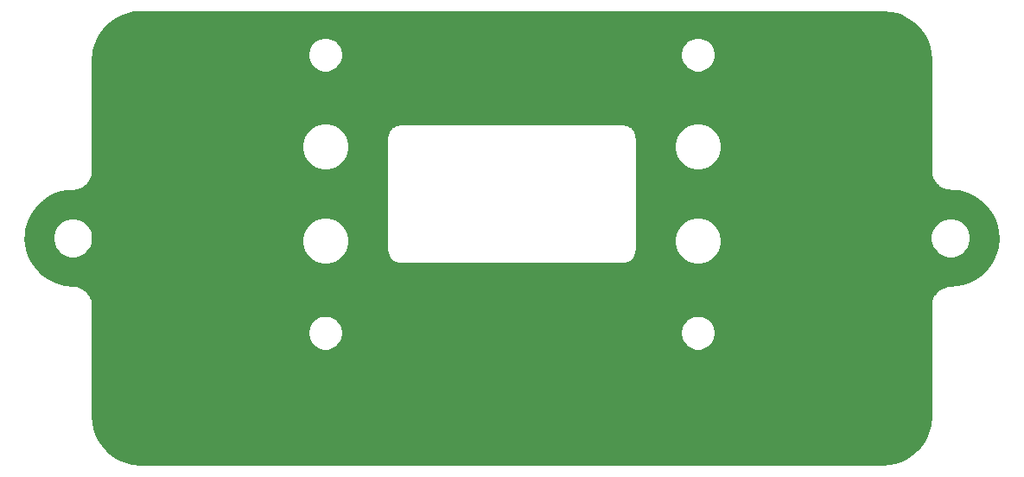
<source format=gbr>
%TF.GenerationSoftware,KiCad,Pcbnew,5.1.10*%
%TF.CreationDate,2021-05-04T13:24:29+02:00*%
%TF.ProjectId,Uyue_946_1010,55797565-5f39-4343-965f-313031302e6b,rev?*%
%TF.SameCoordinates,Original*%
%TF.FileFunction,Copper,L2,Bot*%
%TF.FilePolarity,Positive*%
%FSLAX46Y46*%
G04 Gerber Fmt 4.6, Leading zero omitted, Abs format (unit mm)*
G04 Created by KiCad (PCBNEW 5.1.10) date 2021-05-04 13:24:29*
%MOMM*%
%LPD*%
G01*
G04 APERTURE LIST*
%TA.AperFunction,NonConductor*%
%ADD10C,0.200000*%
%TD*%
%TA.AperFunction,NonConductor*%
%ADD11C,0.100000*%
%TD*%
G04 APERTURE END LIST*
D10*
X37227641Y22099844D02*
X38029125Y21880582D01*
X38779110Y21522858D01*
X39453896Y21037975D01*
X40032155Y20441259D01*
X40495602Y19751575D01*
X40829593Y18990724D01*
X41024171Y18180249D01*
X41075000Y17488086D01*
X41075001Y6584039D01*
X41076447Y6569362D01*
X41076377Y6559374D01*
X41076819Y6554858D01*
X41109460Y6244303D01*
X41115389Y6215422D01*
X41120903Y6186515D01*
X41122214Y6182170D01*
X41214553Y5883870D01*
X41225977Y5856695D01*
X41237003Y5829404D01*
X41239133Y5825397D01*
X41387654Y5550713D01*
X41404116Y5526308D01*
X41420255Y5501645D01*
X41423123Y5498128D01*
X41622168Y5257524D01*
X41643079Y5236759D01*
X41663679Y5215723D01*
X41667176Y5212830D01*
X41909165Y5015469D01*
X41933696Y4999170D01*
X41958003Y4982527D01*
X41961995Y4980368D01*
X42237708Y4833768D01*
X42264942Y4822544D01*
X42292017Y4810939D01*
X42296352Y4809597D01*
X42595290Y4719343D01*
X42624174Y4713624D01*
X42652997Y4707498D01*
X42657510Y4707023D01*
X42951201Y4678226D01*
X42971111Y4675286D01*
X43827643Y4598843D01*
X44629127Y4379582D01*
X45379113Y4021855D01*
X46053897Y3536974D01*
X46632156Y2940258D01*
X47095603Y2250574D01*
X47429593Y1489722D01*
X47624174Y679234D01*
X47673483Y8690D01*
X47598842Y-827645D01*
X47379582Y-1629127D01*
X47021857Y-2379111D01*
X46536974Y-3053897D01*
X45940258Y-3632156D01*
X45250574Y-4095603D01*
X44489722Y-4429593D01*
X43679234Y-4624174D01*
X42976165Y-4675875D01*
X42972594Y-4676460D01*
X42960376Y-4676375D01*
X42955859Y-4676817D01*
X42645304Y-4709458D01*
X42616430Y-4715385D01*
X42587516Y-4720901D01*
X42583171Y-4722212D01*
X42284871Y-4814551D01*
X42257682Y-4825980D01*
X42230406Y-4837001D01*
X42226399Y-4839131D01*
X41951714Y-4987652D01*
X41927287Y-5004129D01*
X41902646Y-5020253D01*
X41899129Y-5023121D01*
X41658525Y-5222166D01*
X41637760Y-5243077D01*
X41616724Y-5263677D01*
X41613831Y-5267174D01*
X41416470Y-5509163D01*
X41400182Y-5533679D01*
X41383528Y-5558001D01*
X41381370Y-5561993D01*
X41234769Y-5837706D01*
X41223539Y-5864954D01*
X41211940Y-5892016D01*
X41210598Y-5896351D01*
X41120344Y-6195288D01*
X41114619Y-6224204D01*
X41108499Y-6252995D01*
X41108024Y-6257509D01*
X41077552Y-6568283D01*
X41077552Y-6568294D01*
X41076003Y-6584008D01*
X41075002Y-17485510D01*
X40999843Y-18327643D01*
X40780582Y-19129125D01*
X40422858Y-19879110D01*
X39937975Y-20553896D01*
X39341259Y-21132155D01*
X38651576Y-21595601D01*
X37890723Y-21929593D01*
X37080249Y-22124171D01*
X36388086Y-22175000D01*
X-36385531Y-22175000D01*
X-37227643Y-22099843D01*
X-38029125Y-21880582D01*
X-38779110Y-21522858D01*
X-39453896Y-21037975D01*
X-40032155Y-20441259D01*
X-40495601Y-19751576D01*
X-40829593Y-18990723D01*
X-41024171Y-18180249D01*
X-41075001Y-17488073D01*
X-41074999Y-9133861D01*
X-19936838Y-9133861D01*
X-19936838Y-9466139D01*
X-19872014Y-9792033D01*
X-19744857Y-10099017D01*
X-19560253Y-10375297D01*
X-19325297Y-10610253D01*
X-19049017Y-10794857D01*
X-18742033Y-10922014D01*
X-18416139Y-10986838D01*
X-18083861Y-10986838D01*
X-17757967Y-10922014D01*
X-17450983Y-10794857D01*
X-17174703Y-10610253D01*
X-16939747Y-10375297D01*
X-16755143Y-10099017D01*
X-16627986Y-9792033D01*
X-16563162Y-9466139D01*
X-16563162Y-9133861D01*
X16563162Y-9133861D01*
X16563162Y-9466139D01*
X16627986Y-9792033D01*
X16755143Y-10099017D01*
X16939747Y-10375297D01*
X17174703Y-10610253D01*
X17450983Y-10794857D01*
X17757967Y-10922014D01*
X18083861Y-10986838D01*
X18416139Y-10986838D01*
X18742033Y-10922014D01*
X19049017Y-10794857D01*
X19325297Y-10610253D01*
X19560253Y-10375297D01*
X19744857Y-10099017D01*
X19872014Y-9792033D01*
X19936838Y-9466139D01*
X19936838Y-9133861D01*
X19872014Y-8807967D01*
X19744857Y-8500983D01*
X19560253Y-8224703D01*
X19325297Y-7989747D01*
X19049017Y-7805143D01*
X18742033Y-7677986D01*
X18416139Y-7613162D01*
X18083861Y-7613162D01*
X17757967Y-7677986D01*
X17450983Y-7805143D01*
X17174703Y-7989747D01*
X16939747Y-8224703D01*
X16755143Y-8500983D01*
X16627986Y-8807967D01*
X16563162Y-9133861D01*
X-16563162Y-9133861D01*
X-16627986Y-8807967D01*
X-16755143Y-8500983D01*
X-16939747Y-8224703D01*
X-17174703Y-7989747D01*
X-17450983Y-7805143D01*
X-17757967Y-7677986D01*
X-18083861Y-7613162D01*
X-18416139Y-7613162D01*
X-18742033Y-7677986D01*
X-19049017Y-7805143D01*
X-19325297Y-7989747D01*
X-19560253Y-8224703D01*
X-19744857Y-8500983D01*
X-19872014Y-8807967D01*
X-19936838Y-9133861D01*
X-41074999Y-9133861D01*
X-41074998Y-6585041D01*
X-41076445Y-6570354D01*
X-41076375Y-6560376D01*
X-41076817Y-6555859D01*
X-41109458Y-6245304D01*
X-41115385Y-6216430D01*
X-41120901Y-6187516D01*
X-41122212Y-6183171D01*
X-41214551Y-5884871D01*
X-41225980Y-5857682D01*
X-41237001Y-5830406D01*
X-41239131Y-5826399D01*
X-41387652Y-5551714D01*
X-41404129Y-5527287D01*
X-41420253Y-5502646D01*
X-41423121Y-5499129D01*
X-41622166Y-5258525D01*
X-41643077Y-5237760D01*
X-41663677Y-5216724D01*
X-41667174Y-5213831D01*
X-41909163Y-5016470D01*
X-41933679Y-5000182D01*
X-41958001Y-4983528D01*
X-41961990Y-4981371D01*
X-41961998Y-4981367D01*
X-42237706Y-4834769D01*
X-42264954Y-4823539D01*
X-42292016Y-4811940D01*
X-42296351Y-4810598D01*
X-42595288Y-4720344D01*
X-42624204Y-4714619D01*
X-42652995Y-4708499D01*
X-42657509Y-4708024D01*
X-42928446Y-4681458D01*
X-42934097Y-4679752D01*
X-42971113Y-4674286D01*
X-43827646Y-4597842D01*
X-44629128Y-4378582D01*
X-45379112Y-4020857D01*
X-46053898Y-3535974D01*
X-46632157Y-2939258D01*
X-47095604Y-2249574D01*
X-47429594Y-1488722D01*
X-47624175Y-678234D01*
X-47673484Y-7690D01*
X-47655784Y190643D01*
X-44935634Y190643D01*
X-44935634Y-190643D01*
X-44861249Y-564604D01*
X-44715337Y-916867D01*
X-44503505Y-1233895D01*
X-44233895Y-1503505D01*
X-43916867Y-1715337D01*
X-43564604Y-1861249D01*
X-43190643Y-1935634D01*
X-42809357Y-1935634D01*
X-42435396Y-1861249D01*
X-42083133Y-1715337D01*
X-41766105Y-1503505D01*
X-41496495Y-1233895D01*
X-41284663Y-916867D01*
X-41138751Y-564604D01*
X-41064366Y-190643D01*
X-41064366Y-75051D01*
X-20533949Y-75051D01*
X-20533949Y-524949D01*
X-20446178Y-966203D01*
X-20274009Y-1381856D01*
X-20024059Y-1755933D01*
X-19705933Y-2074059D01*
X-19331856Y-2324009D01*
X-18916203Y-2496178D01*
X-18474949Y-2583949D01*
X-18025051Y-2583949D01*
X-17583797Y-2496178D01*
X-17168144Y-2324009D01*
X-16794067Y-2074059D01*
X-16475941Y-1755933D01*
X-16225991Y-1381856D01*
X-16148991Y-1195960D01*
X-12195000Y-1195960D01*
X-12193595Y-1210228D01*
X-12193638Y-1216437D01*
X-12193196Y-1220954D01*
X-12172795Y-1415051D01*
X-12166865Y-1443938D01*
X-12161352Y-1472838D01*
X-12160041Y-1477183D01*
X-12102329Y-1663621D01*
X-12090900Y-1690810D01*
X-12079879Y-1718086D01*
X-12077749Y-1722093D01*
X-11984924Y-1893770D01*
X-11968451Y-1918192D01*
X-11952322Y-1942839D01*
X-11949454Y-1946356D01*
X-11825051Y-2096734D01*
X-11804141Y-2117498D01*
X-11783540Y-2138535D01*
X-11780044Y-2141428D01*
X-11628802Y-2264778D01*
X-11604241Y-2281096D01*
X-11579962Y-2297720D01*
X-11575970Y-2299879D01*
X-11403648Y-2391504D01*
X-11376424Y-2402725D01*
X-11349340Y-2414333D01*
X-11345005Y-2415675D01*
X-11158169Y-2472084D01*
X-11129253Y-2477809D01*
X-11100462Y-2483929D01*
X-11095949Y-2484404D01*
X-10901715Y-2503449D01*
X-10901708Y-2503449D01*
X-10885961Y-2505000D01*
X10885961Y-2505000D01*
X10900229Y-2503595D01*
X10906437Y-2503638D01*
X10910954Y-2503196D01*
X11105051Y-2482795D01*
X11133938Y-2476865D01*
X11162838Y-2471352D01*
X11167183Y-2470041D01*
X11353621Y-2412329D01*
X11380810Y-2400900D01*
X11408086Y-2389879D01*
X11412093Y-2387749D01*
X11583770Y-2294924D01*
X11608192Y-2278451D01*
X11632839Y-2262322D01*
X11636356Y-2259454D01*
X11786734Y-2135051D01*
X11807498Y-2114141D01*
X11828535Y-2093540D01*
X11831428Y-2090044D01*
X11954778Y-1938802D01*
X11971096Y-1914241D01*
X11987720Y-1889962D01*
X11989879Y-1885970D01*
X12081504Y-1713648D01*
X12092725Y-1686424D01*
X12104333Y-1659340D01*
X12105675Y-1655005D01*
X12162084Y-1468169D01*
X12167809Y-1439253D01*
X12173929Y-1410462D01*
X12174404Y-1405949D01*
X12193449Y-1211715D01*
X12193449Y-1211708D01*
X12195000Y-1195961D01*
X12195000Y-75051D01*
X15966051Y-75051D01*
X15966051Y-524949D01*
X16053822Y-966203D01*
X16225991Y-1381856D01*
X16475941Y-1755933D01*
X16794067Y-2074059D01*
X17168144Y-2324009D01*
X17583797Y-2496178D01*
X18025051Y-2583949D01*
X18474949Y-2583949D01*
X18916203Y-2496178D01*
X19331856Y-2324009D01*
X19705933Y-2074059D01*
X20024059Y-1755933D01*
X20274009Y-1381856D01*
X20446178Y-966203D01*
X20533949Y-524949D01*
X20533949Y-75051D01*
X20481100Y190643D01*
X41064366Y190643D01*
X41064366Y-190643D01*
X41138751Y-564604D01*
X41284663Y-916867D01*
X41496495Y-1233895D01*
X41766105Y-1503505D01*
X42083133Y-1715337D01*
X42435396Y-1861249D01*
X42809357Y-1935634D01*
X43190643Y-1935634D01*
X43564604Y-1861249D01*
X43916867Y-1715337D01*
X44233895Y-1503505D01*
X44503505Y-1233895D01*
X44715337Y-916867D01*
X44861249Y-564604D01*
X44935634Y-190643D01*
X44935634Y190643D01*
X44861249Y564604D01*
X44715337Y916867D01*
X44503505Y1233895D01*
X44233895Y1503505D01*
X43916867Y1715337D01*
X43564604Y1861249D01*
X43190643Y1935634D01*
X42809357Y1935634D01*
X42435396Y1861249D01*
X42083133Y1715337D01*
X41766105Y1503505D01*
X41496495Y1233895D01*
X41284663Y916867D01*
X41138751Y564604D01*
X41064366Y190643D01*
X20481100Y190643D01*
X20446178Y366203D01*
X20274009Y781856D01*
X20024059Y1155933D01*
X19705933Y1474059D01*
X19331856Y1724009D01*
X18916203Y1896178D01*
X18474949Y1983949D01*
X18025051Y1983949D01*
X17583797Y1896178D01*
X17168144Y1724009D01*
X16794067Y1474059D01*
X16475941Y1155933D01*
X16225991Y781856D01*
X16053822Y366203D01*
X15966051Y-75051D01*
X12195000Y-75051D01*
X12195000Y9174949D01*
X15966051Y9174949D01*
X15966051Y8725051D01*
X16053822Y8283797D01*
X16225991Y7868144D01*
X16475941Y7494067D01*
X16794067Y7175941D01*
X17168144Y6925991D01*
X17583797Y6753822D01*
X18025051Y6666051D01*
X18474949Y6666051D01*
X18916203Y6753822D01*
X19331856Y6925991D01*
X19705933Y7175941D01*
X20024059Y7494067D01*
X20274009Y7868144D01*
X20446178Y8283797D01*
X20533949Y8725051D01*
X20533949Y9174949D01*
X20446178Y9616203D01*
X20274009Y10031856D01*
X20024059Y10405933D01*
X19705933Y10724059D01*
X19331856Y10974009D01*
X18916203Y11146178D01*
X18474949Y11233949D01*
X18025051Y11233949D01*
X17583797Y11146178D01*
X17168144Y10974009D01*
X16794067Y10724059D01*
X16475941Y10405933D01*
X16225991Y10031856D01*
X16053822Y9616203D01*
X15966051Y9174949D01*
X12195000Y9174949D01*
X12195000Y9835961D01*
X12193595Y9850229D01*
X12193638Y9856437D01*
X12193195Y9860954D01*
X12172795Y10055051D01*
X12166865Y10083938D01*
X12161352Y10112838D01*
X12160041Y10117183D01*
X12102329Y10303621D01*
X12090900Y10330810D01*
X12079879Y10358086D01*
X12077749Y10362094D01*
X11984924Y10533770D01*
X11968447Y10558197D01*
X11952322Y10582840D01*
X11949454Y10586357D01*
X11825050Y10736734D01*
X11804160Y10757479D01*
X11783540Y10778535D01*
X11780044Y10781428D01*
X11628802Y10904778D01*
X11604257Y10921085D01*
X11579962Y10937720D01*
X11575970Y10939879D01*
X11403648Y11031504D01*
X11376453Y11042713D01*
X11349340Y11054333D01*
X11345005Y11055675D01*
X11158169Y11112084D01*
X11129285Y11117803D01*
X11100462Y11123929D01*
X11095948Y11124404D01*
X10901715Y11143449D01*
X10901708Y11143449D01*
X10885961Y11145000D01*
X-10885961Y11145000D01*
X-10900229Y11143595D01*
X-10906437Y11143638D01*
X-10910954Y11143195D01*
X-11105051Y11122795D01*
X-11133938Y11116865D01*
X-11162838Y11111352D01*
X-11167183Y11110041D01*
X-11353621Y11052329D01*
X-11380810Y11040900D01*
X-11408086Y11029879D01*
X-11412094Y11027749D01*
X-11583770Y10934924D01*
X-11608197Y10918447D01*
X-11632840Y10902322D01*
X-11636357Y10899454D01*
X-11786734Y10775050D01*
X-11807479Y10754160D01*
X-11828535Y10733540D01*
X-11831428Y10730044D01*
X-11954778Y10578802D01*
X-11971085Y10554257D01*
X-11987720Y10529962D01*
X-11989879Y10525970D01*
X-12081504Y10353648D01*
X-12092713Y10326453D01*
X-12104333Y10299340D01*
X-12105675Y10295005D01*
X-12162084Y10108169D01*
X-12167803Y10079285D01*
X-12173929Y10050462D01*
X-12174404Y10045948D01*
X-12193449Y9851715D01*
X-12193449Y9851698D01*
X-12194999Y9835961D01*
X-12195000Y-1195960D01*
X-16148991Y-1195960D01*
X-16053822Y-966203D01*
X-15966051Y-524949D01*
X-15966051Y-75051D01*
X-16053822Y366203D01*
X-16225991Y781856D01*
X-16475941Y1155933D01*
X-16794067Y1474059D01*
X-17168144Y1724009D01*
X-17583797Y1896178D01*
X-18025051Y1983949D01*
X-18474949Y1983949D01*
X-18916203Y1896178D01*
X-19331856Y1724009D01*
X-19705933Y1474059D01*
X-20024059Y1155933D01*
X-20274009Y781856D01*
X-20446178Y366203D01*
X-20533949Y-75051D01*
X-41064366Y-75051D01*
X-41064366Y190643D01*
X-41138751Y564604D01*
X-41284663Y916867D01*
X-41496495Y1233895D01*
X-41766105Y1503505D01*
X-42083133Y1715337D01*
X-42435396Y1861249D01*
X-42809357Y1935634D01*
X-43190643Y1935634D01*
X-43564604Y1861249D01*
X-43916867Y1715337D01*
X-44233895Y1503505D01*
X-44503505Y1233895D01*
X-44715337Y916867D01*
X-44861249Y564604D01*
X-44935634Y190643D01*
X-47655784Y190643D01*
X-47598844Y828643D01*
X-47379583Y1630127D01*
X-47021856Y2380113D01*
X-46536975Y3054897D01*
X-45940259Y3633156D01*
X-45250575Y4096603D01*
X-44489723Y4430593D01*
X-43679235Y4625174D01*
X-43001582Y4675006D01*
X-42999866Y4675000D01*
X-42988696Y4675039D01*
X-42974570Y4676474D01*
X-42960375Y4676375D01*
X-42955859Y4676817D01*
X-42645304Y4709458D01*
X-42616423Y4715387D01*
X-42587516Y4720901D01*
X-42583171Y4722212D01*
X-42284871Y4814551D01*
X-42257696Y4825975D01*
X-42230405Y4837001D01*
X-42226398Y4839131D01*
X-41951714Y4987652D01*
X-41927309Y5004114D01*
X-41902646Y5020253D01*
X-41899129Y5023121D01*
X-41658525Y5222166D01*
X-41637760Y5243077D01*
X-41616724Y5263677D01*
X-41613831Y5267174D01*
X-41416470Y5509163D01*
X-41400171Y5533694D01*
X-41383528Y5558001D01*
X-41381369Y5561993D01*
X-41234769Y5837706D01*
X-41223545Y5864940D01*
X-41211940Y5892015D01*
X-41210598Y5896350D01*
X-41120344Y6195288D01*
X-41114625Y6224172D01*
X-41108499Y6252995D01*
X-41108024Y6257508D01*
X-41081160Y6531486D01*
X-41079703Y6536289D01*
X-41075000Y6584039D01*
X-41075000Y9174949D01*
X-20533949Y9174949D01*
X-20533949Y8725051D01*
X-20446178Y8283797D01*
X-20274009Y7868144D01*
X-20024059Y7494067D01*
X-19705933Y7175941D01*
X-19331856Y6925991D01*
X-18916203Y6753822D01*
X-18474949Y6666051D01*
X-18025051Y6666051D01*
X-17583797Y6753822D01*
X-17168144Y6925991D01*
X-16794067Y7175941D01*
X-16475941Y7494067D01*
X-16225991Y7868144D01*
X-16053822Y8283797D01*
X-15966051Y8725051D01*
X-15966051Y9174949D01*
X-16053822Y9616203D01*
X-16225991Y10031856D01*
X-16475941Y10405933D01*
X-16794067Y10724059D01*
X-17168144Y10974009D01*
X-17583797Y11146178D01*
X-18025051Y11233949D01*
X-18474949Y11233949D01*
X-18916203Y11146178D01*
X-19331856Y10974009D01*
X-19705933Y10724059D01*
X-20024059Y10405933D01*
X-20274009Y10031856D01*
X-20446178Y9616203D01*
X-20533949Y9174949D01*
X-41075000Y9174949D01*
X-41075000Y17485530D01*
X-41018720Y18116139D01*
X-19936838Y18116139D01*
X-19936838Y17783861D01*
X-19872014Y17457967D01*
X-19744857Y17150983D01*
X-19560253Y16874703D01*
X-19325297Y16639747D01*
X-19049017Y16455143D01*
X-18742033Y16327986D01*
X-18416139Y16263162D01*
X-18083861Y16263162D01*
X-17757967Y16327986D01*
X-17450983Y16455143D01*
X-17174703Y16639747D01*
X-16939747Y16874703D01*
X-16755143Y17150983D01*
X-16627986Y17457967D01*
X-16563162Y17783861D01*
X-16563162Y18116139D01*
X16563162Y18116139D01*
X16563162Y17783861D01*
X16627986Y17457967D01*
X16755143Y17150983D01*
X16939747Y16874703D01*
X17174703Y16639747D01*
X17450983Y16455143D01*
X17757967Y16327986D01*
X18083861Y16263162D01*
X18416139Y16263162D01*
X18742033Y16327986D01*
X19049017Y16455143D01*
X19325297Y16639747D01*
X19560253Y16874703D01*
X19744857Y17150983D01*
X19872014Y17457967D01*
X19936838Y17783861D01*
X19936838Y18116139D01*
X19872014Y18442033D01*
X19744857Y18749017D01*
X19560253Y19025297D01*
X19325297Y19260253D01*
X19049017Y19444857D01*
X18742033Y19572014D01*
X18416139Y19636838D01*
X18083861Y19636838D01*
X17757967Y19572014D01*
X17450983Y19444857D01*
X17174703Y19260253D01*
X16939747Y19025297D01*
X16755143Y18749017D01*
X16627986Y18442033D01*
X16563162Y18116139D01*
X-16563162Y18116139D01*
X-16627986Y18442033D01*
X-16755143Y18749017D01*
X-16939747Y19025297D01*
X-17174703Y19260253D01*
X-17450983Y19444857D01*
X-17757967Y19572014D01*
X-18083861Y19636838D01*
X-18416139Y19636838D01*
X-18742033Y19572014D01*
X-19049017Y19444857D01*
X-19325297Y19260253D01*
X-19560253Y19025297D01*
X-19744857Y18749017D01*
X-19872014Y18442033D01*
X-19936838Y18116139D01*
X-41018720Y18116139D01*
X-40999844Y18327641D01*
X-40780582Y19129125D01*
X-40422858Y19879110D01*
X-39937975Y20553896D01*
X-39341259Y21132155D01*
X-38651575Y21595602D01*
X-37890724Y21929593D01*
X-37080249Y22124171D01*
X-36388086Y22175000D01*
X36385530Y22175000D01*
X37227641Y22099844D01*
%TA.AperFunction,NonConductor*%
D11*
G36*
X37227641Y22099844D02*
G01*
X38029125Y21880582D01*
X38779110Y21522858D01*
X39453896Y21037975D01*
X40032155Y20441259D01*
X40495602Y19751575D01*
X40829593Y18990724D01*
X41024171Y18180249D01*
X41075000Y17488086D01*
X41075001Y6584039D01*
X41076447Y6569362D01*
X41076377Y6559374D01*
X41076819Y6554858D01*
X41109460Y6244303D01*
X41115389Y6215422D01*
X41120903Y6186515D01*
X41122214Y6182170D01*
X41214553Y5883870D01*
X41225977Y5856695D01*
X41237003Y5829404D01*
X41239133Y5825397D01*
X41387654Y5550713D01*
X41404116Y5526308D01*
X41420255Y5501645D01*
X41423123Y5498128D01*
X41622168Y5257524D01*
X41643079Y5236759D01*
X41663679Y5215723D01*
X41667176Y5212830D01*
X41909165Y5015469D01*
X41933696Y4999170D01*
X41958003Y4982527D01*
X41961995Y4980368D01*
X42237708Y4833768D01*
X42264942Y4822544D01*
X42292017Y4810939D01*
X42296352Y4809597D01*
X42595290Y4719343D01*
X42624174Y4713624D01*
X42652997Y4707498D01*
X42657510Y4707023D01*
X42951201Y4678226D01*
X42971111Y4675286D01*
X43827643Y4598843D01*
X44629127Y4379582D01*
X45379113Y4021855D01*
X46053897Y3536974D01*
X46632156Y2940258D01*
X47095603Y2250574D01*
X47429593Y1489722D01*
X47624174Y679234D01*
X47673483Y8690D01*
X47598842Y-827645D01*
X47379582Y-1629127D01*
X47021857Y-2379111D01*
X46536974Y-3053897D01*
X45940258Y-3632156D01*
X45250574Y-4095603D01*
X44489722Y-4429593D01*
X43679234Y-4624174D01*
X42976165Y-4675875D01*
X42972594Y-4676460D01*
X42960376Y-4676375D01*
X42955859Y-4676817D01*
X42645304Y-4709458D01*
X42616430Y-4715385D01*
X42587516Y-4720901D01*
X42583171Y-4722212D01*
X42284871Y-4814551D01*
X42257682Y-4825980D01*
X42230406Y-4837001D01*
X42226399Y-4839131D01*
X41951714Y-4987652D01*
X41927287Y-5004129D01*
X41902646Y-5020253D01*
X41899129Y-5023121D01*
X41658525Y-5222166D01*
X41637760Y-5243077D01*
X41616724Y-5263677D01*
X41613831Y-5267174D01*
X41416470Y-5509163D01*
X41400182Y-5533679D01*
X41383528Y-5558001D01*
X41381370Y-5561993D01*
X41234769Y-5837706D01*
X41223539Y-5864954D01*
X41211940Y-5892016D01*
X41210598Y-5896351D01*
X41120344Y-6195288D01*
X41114619Y-6224204D01*
X41108499Y-6252995D01*
X41108024Y-6257509D01*
X41077552Y-6568283D01*
X41077552Y-6568294D01*
X41076003Y-6584008D01*
X41075002Y-17485510D01*
X40999843Y-18327643D01*
X40780582Y-19129125D01*
X40422858Y-19879110D01*
X39937975Y-20553896D01*
X39341259Y-21132155D01*
X38651576Y-21595601D01*
X37890723Y-21929593D01*
X37080249Y-22124171D01*
X36388086Y-22175000D01*
X-36385531Y-22175000D01*
X-37227643Y-22099843D01*
X-38029125Y-21880582D01*
X-38779110Y-21522858D01*
X-39453896Y-21037975D01*
X-40032155Y-20441259D01*
X-40495601Y-19751576D01*
X-40829593Y-18990723D01*
X-41024171Y-18180249D01*
X-41075001Y-17488073D01*
X-41074999Y-9133861D01*
X-19936838Y-9133861D01*
X-19936838Y-9466139D01*
X-19872014Y-9792033D01*
X-19744857Y-10099017D01*
X-19560253Y-10375297D01*
X-19325297Y-10610253D01*
X-19049017Y-10794857D01*
X-18742033Y-10922014D01*
X-18416139Y-10986838D01*
X-18083861Y-10986838D01*
X-17757967Y-10922014D01*
X-17450983Y-10794857D01*
X-17174703Y-10610253D01*
X-16939747Y-10375297D01*
X-16755143Y-10099017D01*
X-16627986Y-9792033D01*
X-16563162Y-9466139D01*
X-16563162Y-9133861D01*
X16563162Y-9133861D01*
X16563162Y-9466139D01*
X16627986Y-9792033D01*
X16755143Y-10099017D01*
X16939747Y-10375297D01*
X17174703Y-10610253D01*
X17450983Y-10794857D01*
X17757967Y-10922014D01*
X18083861Y-10986838D01*
X18416139Y-10986838D01*
X18742033Y-10922014D01*
X19049017Y-10794857D01*
X19325297Y-10610253D01*
X19560253Y-10375297D01*
X19744857Y-10099017D01*
X19872014Y-9792033D01*
X19936838Y-9466139D01*
X19936838Y-9133861D01*
X19872014Y-8807967D01*
X19744857Y-8500983D01*
X19560253Y-8224703D01*
X19325297Y-7989747D01*
X19049017Y-7805143D01*
X18742033Y-7677986D01*
X18416139Y-7613162D01*
X18083861Y-7613162D01*
X17757967Y-7677986D01*
X17450983Y-7805143D01*
X17174703Y-7989747D01*
X16939747Y-8224703D01*
X16755143Y-8500983D01*
X16627986Y-8807967D01*
X16563162Y-9133861D01*
X-16563162Y-9133861D01*
X-16627986Y-8807967D01*
X-16755143Y-8500983D01*
X-16939747Y-8224703D01*
X-17174703Y-7989747D01*
X-17450983Y-7805143D01*
X-17757967Y-7677986D01*
X-18083861Y-7613162D01*
X-18416139Y-7613162D01*
X-18742033Y-7677986D01*
X-19049017Y-7805143D01*
X-19325297Y-7989747D01*
X-19560253Y-8224703D01*
X-19744857Y-8500983D01*
X-19872014Y-8807967D01*
X-19936838Y-9133861D01*
X-41074999Y-9133861D01*
X-41074998Y-6585041D01*
X-41076445Y-6570354D01*
X-41076375Y-6560376D01*
X-41076817Y-6555859D01*
X-41109458Y-6245304D01*
X-41115385Y-6216430D01*
X-41120901Y-6187516D01*
X-41122212Y-6183171D01*
X-41214551Y-5884871D01*
X-41225980Y-5857682D01*
X-41237001Y-5830406D01*
X-41239131Y-5826399D01*
X-41387652Y-5551714D01*
X-41404129Y-5527287D01*
X-41420253Y-5502646D01*
X-41423121Y-5499129D01*
X-41622166Y-5258525D01*
X-41643077Y-5237760D01*
X-41663677Y-5216724D01*
X-41667174Y-5213831D01*
X-41909163Y-5016470D01*
X-41933679Y-5000182D01*
X-41958001Y-4983528D01*
X-41961990Y-4981371D01*
X-41961998Y-4981367D01*
X-42237706Y-4834769D01*
X-42264954Y-4823539D01*
X-42292016Y-4811940D01*
X-42296351Y-4810598D01*
X-42595288Y-4720344D01*
X-42624204Y-4714619D01*
X-42652995Y-4708499D01*
X-42657509Y-4708024D01*
X-42928446Y-4681458D01*
X-42934097Y-4679752D01*
X-42971113Y-4674286D01*
X-43827646Y-4597842D01*
X-44629128Y-4378582D01*
X-45379112Y-4020857D01*
X-46053898Y-3535974D01*
X-46632157Y-2939258D01*
X-47095604Y-2249574D01*
X-47429594Y-1488722D01*
X-47624175Y-678234D01*
X-47673484Y-7690D01*
X-47655784Y190643D01*
X-44935634Y190643D01*
X-44935634Y-190643D01*
X-44861249Y-564604D01*
X-44715337Y-916867D01*
X-44503505Y-1233895D01*
X-44233895Y-1503505D01*
X-43916867Y-1715337D01*
X-43564604Y-1861249D01*
X-43190643Y-1935634D01*
X-42809357Y-1935634D01*
X-42435396Y-1861249D01*
X-42083133Y-1715337D01*
X-41766105Y-1503505D01*
X-41496495Y-1233895D01*
X-41284663Y-916867D01*
X-41138751Y-564604D01*
X-41064366Y-190643D01*
X-41064366Y-75051D01*
X-20533949Y-75051D01*
X-20533949Y-524949D01*
X-20446178Y-966203D01*
X-20274009Y-1381856D01*
X-20024059Y-1755933D01*
X-19705933Y-2074059D01*
X-19331856Y-2324009D01*
X-18916203Y-2496178D01*
X-18474949Y-2583949D01*
X-18025051Y-2583949D01*
X-17583797Y-2496178D01*
X-17168144Y-2324009D01*
X-16794067Y-2074059D01*
X-16475941Y-1755933D01*
X-16225991Y-1381856D01*
X-16148991Y-1195960D01*
X-12195000Y-1195960D01*
X-12193595Y-1210228D01*
X-12193638Y-1216437D01*
X-12193196Y-1220954D01*
X-12172795Y-1415051D01*
X-12166865Y-1443938D01*
X-12161352Y-1472838D01*
X-12160041Y-1477183D01*
X-12102329Y-1663621D01*
X-12090900Y-1690810D01*
X-12079879Y-1718086D01*
X-12077749Y-1722093D01*
X-11984924Y-1893770D01*
X-11968451Y-1918192D01*
X-11952322Y-1942839D01*
X-11949454Y-1946356D01*
X-11825051Y-2096734D01*
X-11804141Y-2117498D01*
X-11783540Y-2138535D01*
X-11780044Y-2141428D01*
X-11628802Y-2264778D01*
X-11604241Y-2281096D01*
X-11579962Y-2297720D01*
X-11575970Y-2299879D01*
X-11403648Y-2391504D01*
X-11376424Y-2402725D01*
X-11349340Y-2414333D01*
X-11345005Y-2415675D01*
X-11158169Y-2472084D01*
X-11129253Y-2477809D01*
X-11100462Y-2483929D01*
X-11095949Y-2484404D01*
X-10901715Y-2503449D01*
X-10901708Y-2503449D01*
X-10885961Y-2505000D01*
X10885961Y-2505000D01*
X10900229Y-2503595D01*
X10906437Y-2503638D01*
X10910954Y-2503196D01*
X11105051Y-2482795D01*
X11133938Y-2476865D01*
X11162838Y-2471352D01*
X11167183Y-2470041D01*
X11353621Y-2412329D01*
X11380810Y-2400900D01*
X11408086Y-2389879D01*
X11412093Y-2387749D01*
X11583770Y-2294924D01*
X11608192Y-2278451D01*
X11632839Y-2262322D01*
X11636356Y-2259454D01*
X11786734Y-2135051D01*
X11807498Y-2114141D01*
X11828535Y-2093540D01*
X11831428Y-2090044D01*
X11954778Y-1938802D01*
X11971096Y-1914241D01*
X11987720Y-1889962D01*
X11989879Y-1885970D01*
X12081504Y-1713648D01*
X12092725Y-1686424D01*
X12104333Y-1659340D01*
X12105675Y-1655005D01*
X12162084Y-1468169D01*
X12167809Y-1439253D01*
X12173929Y-1410462D01*
X12174404Y-1405949D01*
X12193449Y-1211715D01*
X12193449Y-1211708D01*
X12195000Y-1195961D01*
X12195000Y-75051D01*
X15966051Y-75051D01*
X15966051Y-524949D01*
X16053822Y-966203D01*
X16225991Y-1381856D01*
X16475941Y-1755933D01*
X16794067Y-2074059D01*
X17168144Y-2324009D01*
X17583797Y-2496178D01*
X18025051Y-2583949D01*
X18474949Y-2583949D01*
X18916203Y-2496178D01*
X19331856Y-2324009D01*
X19705933Y-2074059D01*
X20024059Y-1755933D01*
X20274009Y-1381856D01*
X20446178Y-966203D01*
X20533949Y-524949D01*
X20533949Y-75051D01*
X20481100Y190643D01*
X41064366Y190643D01*
X41064366Y-190643D01*
X41138751Y-564604D01*
X41284663Y-916867D01*
X41496495Y-1233895D01*
X41766105Y-1503505D01*
X42083133Y-1715337D01*
X42435396Y-1861249D01*
X42809357Y-1935634D01*
X43190643Y-1935634D01*
X43564604Y-1861249D01*
X43916867Y-1715337D01*
X44233895Y-1503505D01*
X44503505Y-1233895D01*
X44715337Y-916867D01*
X44861249Y-564604D01*
X44935634Y-190643D01*
X44935634Y190643D01*
X44861249Y564604D01*
X44715337Y916867D01*
X44503505Y1233895D01*
X44233895Y1503505D01*
X43916867Y1715337D01*
X43564604Y1861249D01*
X43190643Y1935634D01*
X42809357Y1935634D01*
X42435396Y1861249D01*
X42083133Y1715337D01*
X41766105Y1503505D01*
X41496495Y1233895D01*
X41284663Y916867D01*
X41138751Y564604D01*
X41064366Y190643D01*
X20481100Y190643D01*
X20446178Y366203D01*
X20274009Y781856D01*
X20024059Y1155933D01*
X19705933Y1474059D01*
X19331856Y1724009D01*
X18916203Y1896178D01*
X18474949Y1983949D01*
X18025051Y1983949D01*
X17583797Y1896178D01*
X17168144Y1724009D01*
X16794067Y1474059D01*
X16475941Y1155933D01*
X16225991Y781856D01*
X16053822Y366203D01*
X15966051Y-75051D01*
X12195000Y-75051D01*
X12195000Y9174949D01*
X15966051Y9174949D01*
X15966051Y8725051D01*
X16053822Y8283797D01*
X16225991Y7868144D01*
X16475941Y7494067D01*
X16794067Y7175941D01*
X17168144Y6925991D01*
X17583797Y6753822D01*
X18025051Y6666051D01*
X18474949Y6666051D01*
X18916203Y6753822D01*
X19331856Y6925991D01*
X19705933Y7175941D01*
X20024059Y7494067D01*
X20274009Y7868144D01*
X20446178Y8283797D01*
X20533949Y8725051D01*
X20533949Y9174949D01*
X20446178Y9616203D01*
X20274009Y10031856D01*
X20024059Y10405933D01*
X19705933Y10724059D01*
X19331856Y10974009D01*
X18916203Y11146178D01*
X18474949Y11233949D01*
X18025051Y11233949D01*
X17583797Y11146178D01*
X17168144Y10974009D01*
X16794067Y10724059D01*
X16475941Y10405933D01*
X16225991Y10031856D01*
X16053822Y9616203D01*
X15966051Y9174949D01*
X12195000Y9174949D01*
X12195000Y9835961D01*
X12193595Y9850229D01*
X12193638Y9856437D01*
X12193195Y9860954D01*
X12172795Y10055051D01*
X12166865Y10083938D01*
X12161352Y10112838D01*
X12160041Y10117183D01*
X12102329Y10303621D01*
X12090900Y10330810D01*
X12079879Y10358086D01*
X12077749Y10362094D01*
X11984924Y10533770D01*
X11968447Y10558197D01*
X11952322Y10582840D01*
X11949454Y10586357D01*
X11825050Y10736734D01*
X11804160Y10757479D01*
X11783540Y10778535D01*
X11780044Y10781428D01*
X11628802Y10904778D01*
X11604257Y10921085D01*
X11579962Y10937720D01*
X11575970Y10939879D01*
X11403648Y11031504D01*
X11376453Y11042713D01*
X11349340Y11054333D01*
X11345005Y11055675D01*
X11158169Y11112084D01*
X11129285Y11117803D01*
X11100462Y11123929D01*
X11095948Y11124404D01*
X10901715Y11143449D01*
X10901708Y11143449D01*
X10885961Y11145000D01*
X-10885961Y11145000D01*
X-10900229Y11143595D01*
X-10906437Y11143638D01*
X-10910954Y11143195D01*
X-11105051Y11122795D01*
X-11133938Y11116865D01*
X-11162838Y11111352D01*
X-11167183Y11110041D01*
X-11353621Y11052329D01*
X-11380810Y11040900D01*
X-11408086Y11029879D01*
X-11412094Y11027749D01*
X-11583770Y10934924D01*
X-11608197Y10918447D01*
X-11632840Y10902322D01*
X-11636357Y10899454D01*
X-11786734Y10775050D01*
X-11807479Y10754160D01*
X-11828535Y10733540D01*
X-11831428Y10730044D01*
X-11954778Y10578802D01*
X-11971085Y10554257D01*
X-11987720Y10529962D01*
X-11989879Y10525970D01*
X-12081504Y10353648D01*
X-12092713Y10326453D01*
X-12104333Y10299340D01*
X-12105675Y10295005D01*
X-12162084Y10108169D01*
X-12167803Y10079285D01*
X-12173929Y10050462D01*
X-12174404Y10045948D01*
X-12193449Y9851715D01*
X-12193449Y9851698D01*
X-12194999Y9835961D01*
X-12195000Y-1195960D01*
X-16148991Y-1195960D01*
X-16053822Y-966203D01*
X-15966051Y-524949D01*
X-15966051Y-75051D01*
X-16053822Y366203D01*
X-16225991Y781856D01*
X-16475941Y1155933D01*
X-16794067Y1474059D01*
X-17168144Y1724009D01*
X-17583797Y1896178D01*
X-18025051Y1983949D01*
X-18474949Y1983949D01*
X-18916203Y1896178D01*
X-19331856Y1724009D01*
X-19705933Y1474059D01*
X-20024059Y1155933D01*
X-20274009Y781856D01*
X-20446178Y366203D01*
X-20533949Y-75051D01*
X-41064366Y-75051D01*
X-41064366Y190643D01*
X-41138751Y564604D01*
X-41284663Y916867D01*
X-41496495Y1233895D01*
X-41766105Y1503505D01*
X-42083133Y1715337D01*
X-42435396Y1861249D01*
X-42809357Y1935634D01*
X-43190643Y1935634D01*
X-43564604Y1861249D01*
X-43916867Y1715337D01*
X-44233895Y1503505D01*
X-44503505Y1233895D01*
X-44715337Y916867D01*
X-44861249Y564604D01*
X-44935634Y190643D01*
X-47655784Y190643D01*
X-47598844Y828643D01*
X-47379583Y1630127D01*
X-47021856Y2380113D01*
X-46536975Y3054897D01*
X-45940259Y3633156D01*
X-45250575Y4096603D01*
X-44489723Y4430593D01*
X-43679235Y4625174D01*
X-43001582Y4675006D01*
X-42999866Y4675000D01*
X-42988696Y4675039D01*
X-42974570Y4676474D01*
X-42960375Y4676375D01*
X-42955859Y4676817D01*
X-42645304Y4709458D01*
X-42616423Y4715387D01*
X-42587516Y4720901D01*
X-42583171Y4722212D01*
X-42284871Y4814551D01*
X-42257696Y4825975D01*
X-42230405Y4837001D01*
X-42226398Y4839131D01*
X-41951714Y4987652D01*
X-41927309Y5004114D01*
X-41902646Y5020253D01*
X-41899129Y5023121D01*
X-41658525Y5222166D01*
X-41637760Y5243077D01*
X-41616724Y5263677D01*
X-41613831Y5267174D01*
X-41416470Y5509163D01*
X-41400171Y5533694D01*
X-41383528Y5558001D01*
X-41381369Y5561993D01*
X-41234769Y5837706D01*
X-41223545Y5864940D01*
X-41211940Y5892015D01*
X-41210598Y5896350D01*
X-41120344Y6195288D01*
X-41114625Y6224172D01*
X-41108499Y6252995D01*
X-41108024Y6257508D01*
X-41081160Y6531486D01*
X-41079703Y6536289D01*
X-41075000Y6584039D01*
X-41075000Y9174949D01*
X-20533949Y9174949D01*
X-20533949Y8725051D01*
X-20446178Y8283797D01*
X-20274009Y7868144D01*
X-20024059Y7494067D01*
X-19705933Y7175941D01*
X-19331856Y6925991D01*
X-18916203Y6753822D01*
X-18474949Y6666051D01*
X-18025051Y6666051D01*
X-17583797Y6753822D01*
X-17168144Y6925991D01*
X-16794067Y7175941D01*
X-16475941Y7494067D01*
X-16225991Y7868144D01*
X-16053822Y8283797D01*
X-15966051Y8725051D01*
X-15966051Y9174949D01*
X-16053822Y9616203D01*
X-16225991Y10031856D01*
X-16475941Y10405933D01*
X-16794067Y10724059D01*
X-17168144Y10974009D01*
X-17583797Y11146178D01*
X-18025051Y11233949D01*
X-18474949Y11233949D01*
X-18916203Y11146178D01*
X-19331856Y10974009D01*
X-19705933Y10724059D01*
X-20024059Y10405933D01*
X-20274009Y10031856D01*
X-20446178Y9616203D01*
X-20533949Y9174949D01*
X-41075000Y9174949D01*
X-41075000Y17485530D01*
X-41018720Y18116139D01*
X-19936838Y18116139D01*
X-19936838Y17783861D01*
X-19872014Y17457967D01*
X-19744857Y17150983D01*
X-19560253Y16874703D01*
X-19325297Y16639747D01*
X-19049017Y16455143D01*
X-18742033Y16327986D01*
X-18416139Y16263162D01*
X-18083861Y16263162D01*
X-17757967Y16327986D01*
X-17450983Y16455143D01*
X-17174703Y16639747D01*
X-16939747Y16874703D01*
X-16755143Y17150983D01*
X-16627986Y17457967D01*
X-16563162Y17783861D01*
X-16563162Y18116139D01*
X16563162Y18116139D01*
X16563162Y17783861D01*
X16627986Y17457967D01*
X16755143Y17150983D01*
X16939747Y16874703D01*
X17174703Y16639747D01*
X17450983Y16455143D01*
X17757967Y16327986D01*
X18083861Y16263162D01*
X18416139Y16263162D01*
X18742033Y16327986D01*
X19049017Y16455143D01*
X19325297Y16639747D01*
X19560253Y16874703D01*
X19744857Y17150983D01*
X19872014Y17457967D01*
X19936838Y17783861D01*
X19936838Y18116139D01*
X19872014Y18442033D01*
X19744857Y18749017D01*
X19560253Y19025297D01*
X19325297Y19260253D01*
X19049017Y19444857D01*
X18742033Y19572014D01*
X18416139Y19636838D01*
X18083861Y19636838D01*
X17757967Y19572014D01*
X17450983Y19444857D01*
X17174703Y19260253D01*
X16939747Y19025297D01*
X16755143Y18749017D01*
X16627986Y18442033D01*
X16563162Y18116139D01*
X-16563162Y18116139D01*
X-16627986Y18442033D01*
X-16755143Y18749017D01*
X-16939747Y19025297D01*
X-17174703Y19260253D01*
X-17450983Y19444857D01*
X-17757967Y19572014D01*
X-18083861Y19636838D01*
X-18416139Y19636838D01*
X-18742033Y19572014D01*
X-19049017Y19444857D01*
X-19325297Y19260253D01*
X-19560253Y19025297D01*
X-19744857Y18749017D01*
X-19872014Y18442033D01*
X-19936838Y18116139D01*
X-41018720Y18116139D01*
X-40999844Y18327641D01*
X-40780582Y19129125D01*
X-40422858Y19879110D01*
X-39937975Y20553896D01*
X-39341259Y21132155D01*
X-38651575Y21595602D01*
X-37890724Y21929593D01*
X-37080249Y22124171D01*
X-36388086Y22175000D01*
X36385530Y22175000D01*
X37227641Y22099844D01*
G37*
%TD.AperFunction*%
M02*

</source>
